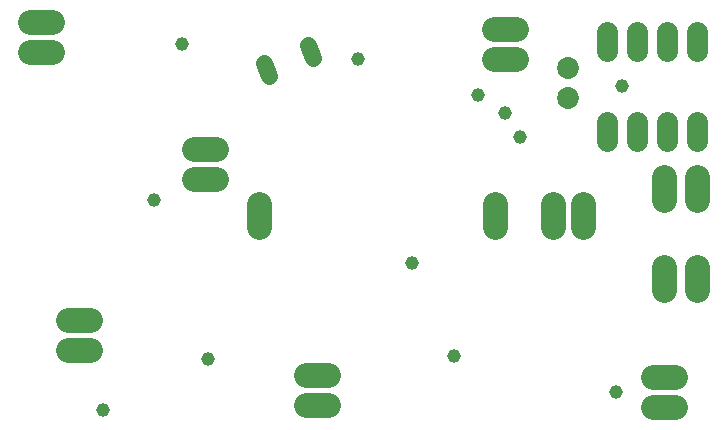
<source format=gts>
G75*
G70*
%OFA0B0*%
%FSLAX24Y24*%
%IPPOS*%
%LPD*%
%AMOC8*
5,1,8,0,0,1.08239X$1,22.5*
%
%ADD10C,0.0710*%
%ADD11C,0.0820*%
%ADD12C,0.0552*%
%ADD13C,0.0730*%
%ADD14C,0.0845*%
%ADD15C,0.0460*%
D10*
X021062Y010247D02*
X021062Y010877D01*
X022062Y010877D02*
X022062Y010247D01*
X023062Y010247D02*
X023062Y010877D01*
X024062Y010877D02*
X024062Y010247D01*
X024062Y013247D02*
X024062Y013877D01*
X023062Y013877D02*
X023062Y013247D01*
X022062Y013247D02*
X022062Y013877D01*
X021062Y013877D02*
X021062Y013247D01*
D11*
X018032Y012962D02*
X017292Y012962D01*
X017292Y013962D02*
X018032Y013962D01*
X022962Y009032D02*
X022962Y008292D01*
X024062Y008292D02*
X024062Y009032D01*
X020262Y008132D02*
X020262Y007392D01*
X019262Y007392D02*
X019262Y008132D01*
X022962Y006032D02*
X022962Y005292D01*
X024062Y005292D02*
X024062Y006032D01*
X023332Y002362D02*
X022592Y002362D01*
X022592Y001362D02*
X023332Y001362D01*
X011752Y001442D02*
X011012Y001442D01*
X011012Y002442D02*
X011752Y002442D01*
X003832Y003262D02*
X003092Y003262D01*
X003092Y004262D02*
X003832Y004262D01*
X007292Y008962D02*
X008032Y008962D01*
X008032Y009962D02*
X007292Y009962D01*
X002552Y013202D02*
X001812Y013202D01*
X001812Y014202D02*
X002552Y014202D01*
D12*
X009624Y012846D02*
X009800Y012408D01*
X011261Y012998D02*
X011084Y013436D01*
D13*
X019762Y012662D03*
X019762Y011662D03*
D14*
X017336Y008145D02*
X017336Y007380D01*
X009462Y007380D02*
X009462Y008145D01*
D15*
X004242Y001262D03*
X007762Y002962D03*
X014562Y006162D03*
X015962Y003062D03*
X021362Y001862D03*
X018162Y010362D03*
X017662Y011162D03*
X016762Y011762D03*
X012762Y012962D03*
X006882Y013482D03*
X005962Y008282D03*
X021562Y012062D03*
M02*

</source>
